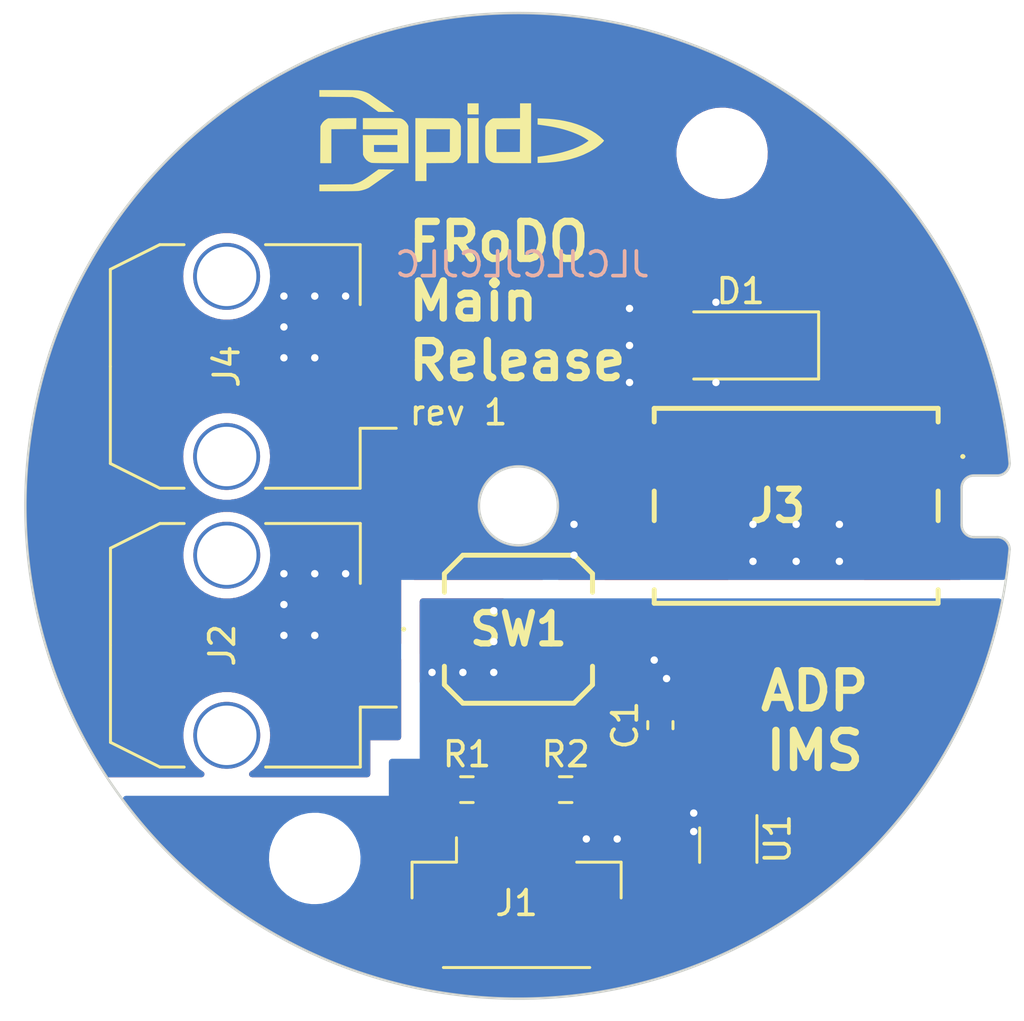
<source format=kicad_pcb>
(kicad_pcb (version 20221018) (generator pcbnew)
  (layers (0 "F.Cu" signal) (31 "B.Cu" signal) (34 "B.Paste" user) (35 "F.Paste" user) (36 "B.SilkS" user "B.Silkscreen") (37 "F.SilkS" user "F.Silkscreen") (38 "B.Mask" user) (39 "F.Mask" user) (44 "Edge.Cuts" user))
  (net 0 "")
  (net 1 "Net-(D1-K)")
  (net 2 "Net-(C1-Pad1)")
  (net 3 "GND1")
  (net 4 "GND2")
  (net 5 "VDD")
  (net 6 "out")
  (net 7 "Net-(SW1-B)")
  (footprint "Diode_SMD:D_SOD-128" (layer "F.Cu") (at 139 83.5 180)
    (fp_text reference "D1" (at 0 2.2) (layer "F.SilkS"))
    (fp_text value "1N4001")
    (fp_line (start -3.16 -1.36) (end -3.16 1.36) (stroke (width 0.12)) (layer "F.SilkS"))
    (fp_line (start -3.16 -1.36) (end 1.9 -1.36) (stroke (width 0.12)) (layer "F.SilkS"))
    (fp_line (start -3.16 1.36) (end 1.9 1.36) (stroke (width 0.12)) (layer "F.SilkS"))
    (pad "1" smd roundrect (at -2.2 0 180) (size 1.4 2.1) (layers "F.Cu" "F.Paste" "F.Mask") (roundrect_rratio 0.1785714286) (net 1 "Net-(D1-K)"))
    (pad "2" smd roundrect (at 2.2 0 180) (size 1.4 2.1) (layers "F.Cu" "F.Paste" "F.Mask") (roundrect_rratio 0.1785714286) (net 4 "GND2"))
  )
  (footprint "Connector_Amphenol:FLTS22WR00" (layer "F.Cu") (at 141.25 90 180)
    (fp_text reference "J3" (at 0.75 0) (layer "F.SilkS") (effects (font (size 1.27 1.27) (thickness 0.254))))
    (fp_text value "Screw_Terminal_01x02" hide)
    (fp_line (start -6.8 2) (end -6.8 2) (stroke (width 0.1)) (layer "F.SilkS"))
    (fp_line (start -6.7 2) (end -6.7 2) (stroke (width 0.1)) (layer "F.SilkS"))
    (fp_line (start -5.75 -3.95) (end -5.75 -3.4) (stroke (width 0.2)) (layer "F.SilkS"))
    (fp_line (start -5.75 -0.6) (end -5.75 0.6) (stroke (width 0.2)) (layer "F.SilkS"))
    (fp_line (start -5.75 3.4) (end -5.75 3.95) (stroke (width 0.2)) (layer "F.SilkS"))
    (fp_line (start -5.75 3.95) (end 5.75 3.95) (stroke (width 0.2)) (layer "F.SilkS"))
    (fp_line (start 5.75 -3.95) (end -5.75 -3.95) (stroke (width 0.2)) (layer "F.SilkS"))
    (fp_line (start 5.75 -3.4) (end 5.75 -3.95) (stroke (width 0.2)) (layer "F.SilkS"))
    (fp_line (start 5.75 0.6) (end 5.75 -0.6) (stroke (width 0.2)) (layer "F.SilkS"))
    (fp_line (start 5.75 3.95) (end 5.75 3.4) (stroke (width 0.2)) (layer "F.SilkS"))
    (fp_arc (start -6.8 2) (mid -6.75 1.95) (end -6.7 2) (stroke (width 0.1)) (layer "F.SilkS"))
    (fp_arc (start -6.7 2) (mid -6.75 2.05) (end -6.8 2) (stroke (width 0.1)) (layer "F.SilkS"))
    (pad "2" smd rect (at -4.5 2 270) (size 2 3.5) (layers "F.Cu" "F.Paste" "F.Mask") (net 1 "Net-(D1-K)"))
    (pad "2" smd rect (at 5.25 2 270) (size 2 5) (layers "F.Cu" "F.Paste" "F.Mask") (net 1 "Net-(D1-K)"))
    (pad "3" smd rect (at -4.5 -2 270) (size 2 3.5) (layers "F.Cu" "F.Paste" "F.Mask") (net 4 "GND2"))
    (pad "3" smd rect (at 5.25 -2 270) (size 2 5) (layers "F.Cu" "F.Paste" "F.Mask") (net 4 "GND2"))
  )
  (footprint "LOGO" (layer "F.Cu") (at 127.7 75.2)
    (fp_text reference "G***" hide)
    (fp_text value "LOGO" hide)
    (fp_poly (pts (xy 0.687838 -1.288134) (xy 0.687838 -1.063023) (xy 0.462727 -1.063023) (xy 0.237617 -1.063023) (xy 0.237617 -1.288134) (xy 0.237617 -1.513244) (xy 0.462727 -1.513244) (xy 0.687838 -1.513244)) (fill solid) (layer "F.SilkS"))
    (fp_poly (pts (xy 0.687838 0) (xy 0.687838 0.91295) (xy 0.462727 0.91295) (xy 0.237617 0.91295) (xy 0.237617 0) (xy 0.237617 -0.912949) (xy 0.462727 -0.912949) (xy 0.687838 -0.912949)) (fill solid) (layer "F.SilkS"))
    (fp_poly (pts (xy -4.267435 -0.691443) (xy -4.270852 -0.46898) (xy -4.774225 -0.465712) (xy -5.277598 -0.462444) (xy -5.277598 0.225253) (xy -5.277598 0.91295) (xy -5.503085 0.91295) (xy -5.728573 0.91295) (xy -5.725069 0.165707) (xy -5.721566 -0.581536) (xy -5.687349 -0.651208) (xy -5.634088 -0.734382) (xy -5.562391 -0.808885) (xy -5.478761 -0.867998) (xy -5.47613 -0.869467) (xy -5.408912 -0.906696) (xy -4.836465 -0.9103) (xy -4.264018 -0.913905)) (fill solid) (layer "F.SilkS"))
    (fp_poly (pts (xy -1.109922 -0.910191) (xy -0.34392 -0.906696) (xy -0.279837 -0.872891) (xy -0.199801 -0.818551) (xy -0.128375 -0.747059) (xy -0.073165 -0.666244) (xy -0.066513 -0.653314) (xy -0.031266 -0.581536) (xy -0.031266 -0.005998) (xy -0.031266 0.56954) (xy -0.07191 0.652108) (xy -0.130417 0.74334) (xy -0.207323 0.818204) (xy -0.297958 0.873425) (xy -0.368932 0.906697) (xy -0.897317 0.910334) (xy -1.425702 0.913972) (xy -1.425702 1.276139) (xy -1.425702 1.638307) (xy -1.650813 1.638307) (xy -1.875924 1.638307) (xy -1.875924 0.36231) (xy -1.875924 -0.462727) (xy -1.425702 -0.462727) (xy -1.425702 0.000151) (xy -1.425702 0.463029) (xy -0.953595 0.459752) (xy -0.481487 0.456475) (xy -0.478207 -0.003126) (xy -0.474926 -0.462727) (xy -0.950314 -0.462727) (xy -1.425702 -0.462727) (xy -1.875924 -0.462727) (xy -1.875924 -0.913686)) (fill solid) (layer "F.SilkS"))
    (fp_poly (pts (xy -3.040203 1.16599) (xy -2.714931 1.169326) (xy -3.20525 1.520973) (xy -3.305726 1.592808) (xy -3.402153 1.661322) (xy -3.492197 1.724884) (xy -3.573526 1.781868) (xy -3.643803 1.830645) (xy -3.700697 1.869586) (xy -3.741873 1.897063) (xy -3.764353 1.911091) (xy -3.846087 1.950024) (xy -3.943146 1.985567) (xy -4.045845 2.014702) (xy -4.1445 2.034409) (xy -4.171382 2.037977) (xy -4.206175 2.040493) (xy -4.263623 2.042821) (xy -4.34137 2.044926) (xy -4.43706 2.046771) (xy -4.548335 2.048321) (xy -4.67284 2.049541) (xy -4.808218 2.050393) (xy -4.952112 2.050844) (xy -5.024348 2.050907) (xy -5.765338 2.05101) (xy -5.765338 1.914549) (xy -5.765338 1.778089) (xy -5.093132 1.772887) (xy -4.420926 1.767685) (xy -4.300603 1.735391) (xy -4.238129 1.717049) (xy -4.178491 1.695723) (xy -4.118622 1.669691) (xy -4.055457 1.637232) (xy -3.985928 1.596624) (xy -3.906969 1.546146) (xy -3.815513 1.484078) (xy -3.708494 1.408697) (xy -3.671773 1.382424) (xy -3.365476 1.162655)) (fill solid) (layer "F.SilkS"))
    (fp_poly (pts (xy -5.024348 -2.050906) (xy -4.877168 -2.050664) (xy -4.737361 -2.050002) (xy -4.607283 -2.048956) (xy -4.489289 -2.047562) (xy -4.385738 -2.045855) (xy -4.298984 -2.043872) (xy -4.231385 -2.041648) (xy -4.185298 -2.039219) (xy -4.171382 -2.037976) (xy -4.062059 -2.018793) (xy -3.947905 -1.987136) (xy -3.839062 -1.946267) (xy -3.751847 -1.903055) (xy -3.729227 -1.888619) (xy -3.688911 -1.861412) (xy -3.633501 -1.82328) (xy -3.565599 -1.776066) (xy -3.487808 -1.721614) (xy -3.40273 -1.661769) (xy -3.312966 -1.598375) (xy -3.22112 -1.533276) (xy -3.129793 -1.468317) (xy -3.041589 -1.405341) (xy -2.959108 -1.346193) (xy -2.884954 -1.292717) (xy -2.821729 -1.246757) (xy -2.772035 -1.210158) (xy -2.740288 -1.186172) (xy -2.732057 -1.179231) (xy -2.729162 -1.173847) (xy -2.73415 -1.169829) (xy -2.749571 -1.166986) (xy -2.777972 -1.165126) (xy -2.821901 -1.164058) (xy -2.883907 -1.163591) (xy -2.966538 -1.163534) (xy -3.040436 -1.163639) (xy -3.370409 -1.164206) (xy -3.677371 -1.385623) (xy -3.788588 -1.464991) (xy -3.883418 -1.53049) (xy -3.965 -1.583882) (xy -4.036476 -1.626926) (xy -4.100986 -1.661382) (xy -4.161673 -1.689012) (xy -4.221675 -1.711575) (xy -4.284134 -1.730833) (xy -4.302118 -1.735771) (xy -4.420926 -1.767685) (xy -5.093132 -1.772886) (xy -5.765338 -1.778088) (xy -5.765338 -1.914548) (xy -5.765338 -2.051009)) (fill solid) (layer "F.SilkS"))
    (fp_poly (pts (xy 2.813884 -0.300147) (xy 2.813884 0.91295) (xy 2.072895 0.912541) (xy 1.916893 0.912408) (xy 1.783866 0.912154) (xy 1.671774 0.911723) (xy 1.578581 0.911055) (xy 1.502246 0.910095) (xy 1.440734 0.908783) (xy 1.392004 0.907063) (xy 1.354019 0.904876) (xy 1.324742 0.902165) (xy 1.302133 0.898872) (xy 1.284154 0.89494) (xy 1.268768 0.89031) (xy 1.267052 0.889723) (xy 1.170134 0.844664) (xy 1.090347 0.781996) (xy 1.059839 0.748066) (xy 1.035055 0.716582) (xy 1.014242 0.686863) (xy 0.997074 0.656478) (xy 0.983224 0.622996) (xy 0.972367 0.583985) (xy 0.964176 0.537014) (xy 0.958325 0.479651) (xy 0.954487 0.409465) (xy 0.952337 0.324024) (xy 0.951549 0.220898) (xy 0.951795 0.097653) (xy 0.95275 -0.04814) (xy 0.952765 -0.050024) (xy 0.95591 -0.462727) (xy 1.413195 -0.462727) (xy 1.413195 0.000151) (xy 1.413195 0.463029) (xy 1.885302 0.459752) (xy 2.35741 0.456475) (xy 2.36069 -0.003126) (xy 2.363971 -0.462727) (xy 1.888583 -0.462727) (xy 1.413195 -0.462727) (xy 0.95591 -0.462727) (xy 0.95672 -0.56903) (xy 0.992665 -0.646848) (xy 1.037593 -0.720953) (xy 1.099814 -0.791684) (xy 1.171975 -0.851392) (xy 1.214014 -0.877176) (xy 1.269374 -0.906696) (xy 1.816519 -0.910318) (xy 2.363663 -0.913941) (xy 2.363663 -1.213593) (xy 2.363663 -1.513244) (xy 2.588774 -1.513244) (xy 2.813884 -1.513244)) (fill solid) (layer "F.SilkS"))
    (fp_poly (pts (xy 3.298498 -0.896349) (xy 3.522613 -0.884793) (xy 3.730931 -0.866485) (xy 3.931995 -0.840442) (xy 4.134346 -0.805679) (xy 4.202068 -0.792288) (xy 4.433486 -0.737656) (xy 4.657921 -0.669916) (xy 4.872816 -0.590299) (xy 5.075617 -0.500032) (xy 5.26377 -0.400345) (xy 5.434718 -0.292467) (xy 5.585907 -0.177627) (xy 5.701305 -0.071044) (xy 5.768588 -0.002174) (xy 5.741597 0.035732) (xy 5.715808 0.065114) (xy 5.67393 0.105123) (xy 5.620395 0.152082) (xy 5.559634 0.202316) (xy 5.496081 0.252152) (xy 5.434166 0.297914) (xy 5.383899 0.332324) (xy 5.163746 0.46152) (xy 4.925363 0.574793) (xy 4.670114 0.671767) (xy 4.399364 0.752067) (xy 4.114475 0.815316) (xy 3.816813 0.861138) (xy 3.507742 0.889158) (xy 3.336016 0.89677) (xy 3.076514 0.904152) (xy 3.076514 0.779836) (xy 3.076514 0.65552) (xy 3.292245 0.626746) (xy 3.566316 0.584736) (xy 3.828334 0.533647) (xy 4.076576 0.474037) (xy 4.309318 0.406465) (xy 4.52484 0.331489) (xy 4.721417 0.24967) (xy 4.897327 0.161566) (xy 5.050849 0.067736) (xy 5.082099 0.045914) (xy 5.142978 0.002293) (xy 5.088352 -0.037473) (xy 4.966006 -0.117485) (xy 4.821738 -0.195954) (xy 4.658637 -0.271541) (xy 4.479793 -0.342908) (xy 4.288294 -0.408715) (xy 4.109968 -0.461455) (xy 3.98822 -0.49324) (xy 3.864007 -0.522318) (xy 3.733379 -0.549427) (xy 3.592386 -0.575306) (xy 3.437078 -0.600693) (xy 3.263506 -0.626328) (xy 3.129665 -0.644728) (xy 3.076514 -0.651852) (xy 3.076514 -0.778121) (xy 3.076514 -0.90439)) (fill solid) (layer "F.SilkS"))
    (fp_poly (pts (xy -3.096346 -0.91293) (xy -2.963586 -0.91283) (xy -2.85174 -0.912579) (xy -2.758762 -0.912112) (xy -2.6826 -0.911361) (xy -2.621208 -0.910258) (xy -2.572536 -0.908736) (xy -2.534535 -0.906727) (xy -2.505157 -0.904165) (xy -2.482354 -0.900981) (xy -2.464076 -0.897109) (xy -2.448275 -0.892481) (xy -2.432902 -0.887029) (xy -2.429882 -0.885903) (xy -2.365133 -0.85175) (xy -2.299878 -0.80017) (xy -2.240955 -0.737643) (xy -2.195206 -0.670651) (xy -2.187888 -0.656573) (xy -2.157312 -0.594042) (xy -2.153902 0.159454) (xy -2.150491 0.91295) (xy -2.885512 0.912113) (xy -3.049212 0.911805) (xy -3.189593 0.911257) (xy -3.308348 0.910431) (xy -3.407168 0.90929) (xy -3.487747 0.907797) (xy -3.551777 0.905915) (xy -3.60095 0.903607) (xy -3.636959 0.900835) (xy -3.661497 0.897562) (xy -3.673233 0.894806) (xy -3.7713 0.851419) (xy -3.85617 0.787624) (xy -3.925355 0.705616) (xy -3.962761 0.639315) (xy -3.995717 0.56903) (xy -3.999463 0.175087) (xy -3.551748 0.175087) (xy -3.551748 0.31057) (xy -3.551021 0.36647) (xy -3.549053 0.412784) (xy -3.546164 0.444) (xy -3.543411 0.454391) (xy -3.529431 0.456274) (xy -3.493245 0.458009) (xy -3.437658 0.459546) (xy -3.365477 0.460835) (xy -3.279507 0.461828) (xy -3.182554 0.462475) (xy -3.077424 0.462727) (xy -3.068177 0.462728) (xy -2.601281 0.462728) (xy -2.601281 0.318907) (xy -2.601281 0.175087) (xy -3.076514 0.175087) (xy -3.551748 0.175087) (xy -3.999463 0.175087) (xy -3.999493 0.17196) (xy -4.00327 -0.22511) (xy -3.302275 -0.22511) (xy -2.601281 -0.22511) (xy -2.601281 -0.343919) (xy -2.601281 -0.462727) (xy -3.301625 -0.462727) (xy -4.00197 -0.462727) (xy -4.00197 -0.687838) (xy -4.00197 -0.912949) (xy -3.25207 -0.912949)) (fill solid) (layer "F.SilkS"))
  )
  (footprint "Resistor_SMD:R_0603_1608Metric_Pad0.98x0.95mm_HandSolder" (layer "F.Cu") (at 127.9125 101.5)
    (fp_text reference "R1" (at 0 -1.43) (layer "F.SilkS"))
    (fp_text value "1k" hide)
    (fp_line (start -0.254724 -0.5225) (end 0.254724 -0.5225) (stroke (width 0.12)) (layer "F.SilkS"))
    (fp_line (start -0.254724 0.5225) (end 0.254724 0.5225) (stroke (width 0.12)) (layer "F.SilkS"))
    (pad "1" smd roundrect (at -0.9125 0) (size 0.975 0.95) (layers "F.Cu" "F.Paste" "F.Mask") (net 5 "VDD"))
    (pad "2" smd roundrect (at 0.9125 0) (size 0.975 0.95) (layers "F.Cu" "F.Paste" "F.Mask") (net 7 "Net-(SW1-B)"))
  )
  (footprint "Capacitor_SMD:C_0603_1608Metric_Pad1.08x0.95mm_HandSolder" (layer "F.Cu") (at 135.75 98.8875 90)
    (fp_text reference "C1" (at 0 -1.43 90) (layer "F.SilkS"))
    (fp_text value "220n" hide)
    (fp_line (start -0.146267 -0.51) (end 0.146267 -0.51) (stroke (width 0.12)) (layer "F.SilkS"))
    (fp_line (start -0.146267 0.51) (end 0.146267 0.51) (stroke (width 0.12)) (layer "F.SilkS"))
    (pad "1" smd roundrect (at -0.8625 0 90) (size 1.075 0.95) (layers "F.Cu" "F.Paste" "F.Mask") (net 2 "Net-(C1-Pad1)"))
    (pad "2" smd roundrect (at 0.8625 0 90) (size 1.075 0.95) (layers "F.Cu" "F.Paste" "F.Mask") (net 3 "GND1"))
  )
  (footprint "Resistor_SMD:R_0603_1608Metric_Pad0.98x0.95mm_HandSolder" (layer "F.Cu") (at 131.9125 101.5)
    (fp_text reference "R2" (at 0 -1.43) (layer "F.SilkS"))
    (fp_text value "47k" hide)
    (fp_line (start -0.254724 -0.5225) (end 0.254724 -0.5225) (stroke (width 0.12)) (layer "F.SilkS"))
    (fp_line (start -0.254724 0.5225) (end 0.254724 0.5225) (stroke (width 0.12)) (layer "F.SilkS"))
    (pad "1" smd roundrect (at -0.9125 0) (size 0.975 0.95) (layers "F.Cu" "F.Paste" "F.Mask") (net 2 "Net-(C1-Pad1)"))
    (pad "2" smd roundrect (at 0.9125 0) (size 0.975 0.95) (layers "F.Cu" "F.Paste" "F.Mask") (net 7 "Net-(SW1-B)"))
  )
  (footprint "Connector_Molex:Molex_Micro-Fit_3.0_43650-0210_1x02-1MP_P3.00mm_Horizontal" (layer "F.Cu") (at 118.53 84.35 90)
    (fp_text reference "J4" (at 0 -0.35 90) (layer "F.SilkS"))
    (fp_text value "Conn_01x02" hide)
    (fp_line (start -4.935 -3.06) (end -4.935 -2.075) (stroke (width 0.12)) (layer "F.SilkS"))
    (fp_line (start -4.935 1.225) (end -4.935 5.06) (stroke (width 0.12)) (layer "F.SilkS"))
    (fp_line (start -4.935 5.06) (end -2.505 5.06) (stroke (width 0.12)) (layer "F.SilkS"))
    (fp_line (start -3.935 -5.06) (end -4.935 -3.06) (stroke (width 0.12)) (layer "F.SilkS"))
    (fp_line (start -2.505 5.06) (end -2.505 6.52) (stroke (width 0.12)) (layer "F.SilkS"))
    (fp_line (start 0 -5.06) (end -3.935 -5.06) (stroke (width 0.12)) (layer "F.SilkS"))
    (fp_line (start 0 -5.06) (end 3.935 -5.06) (stroke (width 0.12)) (layer "F.SilkS"))
    (fp_line (start 3.935 -5.06) (end 4.935 -3.06) (stroke (width 0.12)) (layer "F.SilkS"))
    (fp_line (start 4.935 -3.06) (end 4.935 -2.075) (stroke (width 0.12)) (layer "F.SilkS"))
    (fp_line (start 4.935 1.225) (end 4.935 5.06) (stroke (width 0.12)) (layer "F.SilkS"))
    (fp_line (start 4.935 5.06) (end 2.505 5.06) (stroke (width 0.12)) (layer "F.SilkS"))
    (pad "1" smd rect (at -1.5 5.12 90) (size 1.27 2.92) (layers "F.Cu" "F.Paste" "F.Mask") (net 1 "Net-(D1-K)"))
    (pad "2" smd rect (at 1.5 5.12 90) (size 1.27 2.92) (layers "F.Cu" "F.Paste" "F.Mask") (net 4 "GND2"))
    (pad "MP" thru_hole circle (at -3.65 -0.35 90) (size 2.71 2.71) (drill 2.41) (layers "*.Cu" "*.Mask"))
    (pad "MP" thru_hole circle (at 3.65 -0.35 90) (size 2.71 2.71) (drill 2.41) (layers "*.Cu" "*.Mask"))
  )
  (footprint "MountingHole:MountingHole_3.2mm_M3" (layer "F.Cu") (at 121.75 104.289419 90)
    (fp_text reference "H4" hide)
    (fp_text value "MountingHole" hide)
    (pad "" np_thru_hole circle (at 0 0 90) (size 3.2 3.2) (drill 3.2) (layers "*.Cu" "*.Mask"))
  )
  (footprint "Connector_Molex:Molex_Micro-Fit_3.0_43650-0210_1x02-1MP_P3.00mm_Horizontal" (layer "F.Cu") (at 118.535 95.65 90)
    (fp_text reference "J2" (at 0 -0.535 90) (layer "F.SilkS"))
    (fp_text value "Conn_01x02" hide)
    (fp_line (start -4.935 -3.06) (end -4.935 -2.075) (stroke (width 0.12)) (layer "F.SilkS"))
    (fp_line (start -4.935 1.225) (end -4.935 5.06) (stroke (width 0.12)) (layer "F.SilkS"))
    (fp_line (start -4.935 5.06) (end -2.505 5.06) (stroke (width 0.12)) (layer "F.SilkS"))
    (fp_line (start -3.935 -5.06) (end -4.935 -3.06) (stroke (width 0.12)) (layer "F.SilkS"))
    (fp_line (start -2.505 5.06) (end -2.505 6.52) (stroke (width 0.12)) (layer "F.SilkS"))
    (fp_line (start 0 -5.06) (end -3.935 -5.06) (stroke (width 0.12)) (layer "F.SilkS"))
    (fp_line (start 0 -5.06) (end 3.935 -5.06) (stroke (width 0.12)) (layer "F.SilkS"))
    (fp_line (start 3.935 -5.06) (end 4.935 -3.06) (stroke (width 0.12)) (layer "F.SilkS"))
    (fp_line (start 4.935 -3.06) (end 4.935 -2.075) (stroke (width 0.12)) (layer "F.SilkS"))
    (fp_line (start 4.935 1.225) (end 4.935 5.06) (stroke (width 0.12)) (layer "F.SilkS"))
    (fp_line (start 4.935 5.06) (end 2.505 5.06) (stroke (width 0.12)) (layer "F.SilkS"))
    (pad "1" smd rect (at -1.5 5.12 90) (size 1.27 2.92) (layers "F.Cu" "F.Paste" "F.Mask") (net 1 "Net-(D1-K)"))
    (pad "2" smd rect (at 1.5 5.12 90) (size 1.27 2.92) (layers "F.Cu" "F.Paste" "F.Mask") (net 4 "GND2"))
    (pad "MP" thru_hole circle (at -3.65 -0.35 90) (size 2.71 2.71) (drill 2.41) (layers "*.Cu" "*.Mask"))
    (pad "MP" thru_hole circle (at 3.65 -0.35 90) (size 2.71 2.71) (drill 2.41) (layers "*.Cu" "*.Mask"))
  )
  (footprint "Connector_JST:JST_GH_SM04B-GHS-TB_1x04-1MP_P1.25mm_Horizontal" (layer "F.Cu") (at 129.925 106.15)
    (fp_text reference "J1" (at 0 -0.05) (layer "F.SilkS"))
    (fp_text value "Conn_01x04")
    (fp_line (start -4.235 -1.71) (end -2.435 -1.71) (stroke (width 0.12)) (layer "F.SilkS"))
    (fp_line (start -4.235 -0.26) (end -4.235 -1.71) (stroke (width 0.12)) (layer "F.SilkS"))
    (fp_line (start -2.965 2.56) (end 2.965 2.56) (stroke (width 0.12)) (layer "F.SilkS"))
    (fp_line (start -2.435 -1.71) (end -2.435 -2.7) (stroke (width 0.12)) (layer "F.SilkS"))
    (fp_line (start 4.235 -1.71) (end 2.435 -1.71) (stroke (width 0.12)) (layer "F.SilkS"))
    (fp_line (start 4.235 -0.26) (end 4.235 -1.71) (stroke (width 0.12)) (layer "F.SilkS"))
    (pad "1" smd roundrect (at -1.875 -1.85) (size 0.6 1.7) (layers "F.Cu" "F.Paste" "F.Mask") (net 5 "VDD"))
    (pad "2" smd roundrect (at -0.625 -1.85) (size 0.6 1.7) (layers "F.Cu" "F.Paste" "F.Mask") (net 6 "out"))
    (pad "3" smd roundrect (at 0.625 -1.85) (size 0.6 1.7) (layers "F.Cu" "F.Paste" "F.Mask") (net 3 "GND1"))
    (pad "4" smd roundrect (at 1.875 -1.85) (size 0.6 1.7) (layers "F.Cu" "F.Paste" "F.Mask") (net 3 "GND1"))
    (pad "MP" smd roundrect (at -3.725 1.35) (size 1 2.7) (layers "F.Cu" "F.Paste" "F.Mask"))
    (pad "MP" smd roundrect (at 3.725 1.35) (size 1 2.7) (layers "F.Cu" "F.Paste" "F.Mask"))
  )
  (footprint "MountingHole:MountingHole_3.2mm_M3" (layer "F.Cu") (at 138.25 75.710581 30)
    (fp_text reference "H3" hide)
    (fp_text value "MountingHole" hide)
    (pad "" np_thru_hole circle (at 0 0 30) (size 3.2 3.2) (drill 3.2) (layers "*.Cu" "*.Mask"))
  )
  (footprint "Package_TO_SOT_SMD:SOT-353_SC-70-5" (layer "F.Cu") (at 138.5 103.75 -90)
    (fp_text reference "U1" (at -0.25 -2 90) (layer "F.SilkS"))
    (fp_text value "74AHC1G14" hide)
    (fp_line (start -0.7 1.16) (end 0.7 1.16) (stroke (width 0.12)) (layer "F.SilkS"))
    (fp_line (start 0.7 -1.16) (end -1.2 -1.16) (stroke (width 0.12)) (layer "F.SilkS"))
    (pad "1" smd rect (at -0.95 -0.65 270) (size 0.65 0.4) (layers "F.Cu" "F.Paste" "F.Mask"))
    (pad "2" smd rect (at -0.95 0 270) (size 0.65 0.4) (layers "F.Cu" "F.Paste" "F.Mask") (net 2 "Net-(C1-Pad1)"))
    (pad "3" smd rect (at -0.95 0.65 270) (size 0.65 0.4) (layers "F.Cu" "F.Paste" "F.Mask") (net 3 "GND1"))
    (pad "4" smd rect (at 0.95 0.65 270) (size 0.65 0.4) (layers "F.Cu" "F.Paste" "F.Mask") (net 6 "out"))
    (pad "5" smd rect (at 0.95 -0.65 270) (size 0.65 0.4) (layers "F.Cu" "F.Paste" "F.Mask") (net 5 "VDD"))
  )
  (footprint "Button_Switch_SMD:430133050816" (layer "F.Cu") (at 130 95)
    (fp_text reference "SW1" (at 0 0) (layer "F.SilkS") (effects (font (size 1.27 1.27) (thickness 0.254))))
    (fp_text value "SW_SPST" hide)
    (fp_line (start -4.7 0) (end -4.7 0) (stroke (width 0.1)) (layer "F.SilkS"))
    (fp_line (start -4.6 0) (end -4.6 0) (stroke (width 0.1)) (layer "F.SilkS"))
    (fp_line (start -3 -2.25) (end -2.25 -3) (stroke (width 0.2)) (layer "F.SilkS"))
    (fp_line (start -3 -1.5) (end -3 -2.25) (stroke (width 0.2)) (layer "F.SilkS"))
    (fp_line (start -3 1.5) (end -3 2.25) (stroke (width 0.2)) (layer "F.SilkS"))
    (fp_line (start -3 2.25) (end -2.25 3) (stroke (width 0.2)) (layer "F.SilkS"))
    (fp_line (start -2.25 -3) (end 2.25 -3) (stroke (width 0.2)) (layer "F.SilkS"))
    (fp_line (start -2.25 3) (end 2.25 3) (stroke (width 0.2)) (layer "F.SilkS"))
    (fp_line (start 2.25 -3) (end 3 -2.25) (stroke (width 0.2)) (layer "F.SilkS"))
    (fp_line (start 2.25 3) (end 3 2.25) (stroke (width 0.2)) (layer "F.SilkS"))
    (fp_line (start 3 -2.25) (end 3 -1.5) (stroke (width 0.2)) (layer "F.SilkS"))
    (fp_line (start 3 2.25) (end 3 1.5) (stroke (width 0.2)) (layer "F.SilkS"))
    (fp_arc (start -4.7 0) (mid -4.65 -0.05) (end -4.6 0) (stroke (width 0.1)) (layer "F.SilkS"))
    (fp_arc (start -4.6 0) (mid -4.65 0.05) (end -4.7 0) (stroke (width 0.1)) (layer "F.SilkS"))
    (pad "1" smd rect (at -3 0 90) (size 2 2) (layers "F.Cu" "F.Paste" "F.Mask") (net 3 "GND1"))
    (pad "2" smd rect (at 3 0 90) (size 2 2) (layers "F.Cu" "F.Paste" "F.Mask") (net 7 "Net-(SW1-B)"))
  )
  (gr_arc (start 149.396431 91.269157) (mid 149.750009 91.415583) (end 149.896431 91.769157) (stroke (width 0.1)) (layer "Edge.Cuts"))
  (gr_line (start 149.396431 88.769157) (end 148.449984 88.769157) (stroke (width 0.1)) (layer "Edge.Cuts"))
  (gr_circle (center 130 90) (end 131.6 90) (stroke (width 0.1)) (fill none) (layer "Edge.Cuts"))
  (gr_arc (start 147.949984 89.269157) (mid 148.096445 88.915626) (end 148.449984 88.769157) (stroke (width 0.1)) (layer "Edge.Cuts"))
  (gr_line (start 147.949984 89.269157) (end 147.949984 90.769157) (stroke (width 0.1)) (layer "Edge.Cuts"))
  (gr_line (start 148.449984 91.269157) (end 149.396431 91.269157) (stroke (width 0.1)) (layer "Edge.Cuts"))
  (gr_arc (start 148.449984 91.269157) (mid 148.096485 91.122673) (end 147.949984 90.769157) (stroke (width 0.1)) (layer "Edge.Cuts"))
  (gr_arc (start 149.893087 91.76886) (mid 110.028435 89.980918) (end 149.896431 88.269157) (stroke (width 0.1)) (layer "Edge.Cuts"))
  (gr_arc (start 149.896431 88.269157) (mid 149.749995 88.622714) (end 149.396431 88.769157) (stroke (width 0.1)) (layer "Edge.Cuts"))
  (gr_text "JLCJLCJLCJLC" (at 135.4 80.8) (layer "B.SilkS") (effects (font (size 1 1)) (justify left bottom mirror)))
  (gr_text "rev 1" (at 125.5 86.8) (layer "F.SilkS") (effects (font (size 1 1)) (justify left bottom)))
  (gr_text "ADP\nIMS" (at 142 100.8) (layer "F.SilkS") (effects (font (size 1.5 1.5) (thickness 0.3) bold) (justify bottom)))
  (gr_text "FRoDO\nMain\nRelease" (at 125.4 85) (layer "F.SilkS") (effects (font (size 1.5 1.5) (thickness 0.3) bold) (justify left bottom)))
  (segment (start 138.5 102.025) (end 138.5 102.8) (width 0.5) (layer "F.Cu") (net 2))
  (segment (start 131 102.25) (end 131.45 102.7) (width 0.5) (layer "F.Cu") (net 2))
  (segment (start 135.75 101.5) (end 135.75 99.75) (width 0.5) (layer "F.Cu") (net 2))
  (segment (start 134.55 102.7) (end 135.75 101.5) (width 0.5) (layer "F.Cu") (net 2))
  (segment (start 131.45 102.7) (end 134.55 102.7) (width 0.5) (layer "F.Cu") (net 2))
  (segment (start 135.75 101.5) (end 137.975 101.5) (width 0.5) (layer "F.Cu") (net 2))
  (segment (start 137.975 101.5) (end 138.5 102.025) (width 0.5) (layer "F.Cu") (net 2))
  (segment (start 131 101.5) (end 131 102.25) (width 0.5) (layer "F.Cu") (net 2))
  (via (at 129 94.25) (size 0.7) (drill 0.3) (layers "F.Cu" "B.Cu") (net 3))
  (via (at 132.75 103.5) (size 0.7) (drill 0.3) (layers "F.Cu" "B.Cu") (net 3))
  (via (at 134 103.5) (size 0.7) (drill 0.3) (layers "F.Cu" "B.Cu") (net 3))
  (via (at 137.1 102.45) (size 0.7) (drill 0.3) (layers "F.Cu" "B.Cu") (net 3))
  (via (at 136 97) (size 0.7) (drill 0.3) (layers "F.Cu" "B.Cu") (net 3))
  (via (at 126.5 96.75) (size 0.7) (drill 0.3) (layers "F.Cu" "B.Cu") (net 3))
  (via (at 127.75 96.75) (size 0.7) (drill 0.3) (layers "F.Cu" "B.Cu") (net 3))
  (via (at 135.5 96.25) (size 0.7) (drill 0.3) (layers "F.Cu" "B.Cu") (net 3))
  (via (at 129 95.5) (size 0.7) (drill 0.3) (layers "F.Cu" "B.Cu") (net 3))
  (via (at 129 96.75) (size 0.7) (drill 0.3) (layers "F.Cu" "B.Cu") (net 3))
  (via (at 137.1 103.2) (size 0.7) (drill 0.3) (layers "F.Cu" "B.Cu") (net 3))
  (via (at 134.5 83.5) (size 0.7) (drill 0.3) (layers "F.Cu" "B.Cu") (net 4))
  (via (at 120.5 94) (size 0.7) (drill 0.3) (layers "F.Cu" "B.Cu") (net 4))
  (via (at 141.25 92.25) (size 0.7) (drill 0.3) (layers "F.Cu" "B.Cu") (net 4))
  (via (at 141.25 90.75) (size 0.7) (drill 0.3) (layers "F.Cu" "B.Cu") (net 4))
  (via (at 138 81.75) (size 0.7) (drill 0.3) (layers "F.Cu" "B.Cu") (net 4))
  (via (at 121.75 92.75) (size 0.7) (drill 0.3) (layers "F.Cu" "B.Cu") (net 4))
  (via (at 123 92.75) (size 0.7) (drill 0.3) (layers "F.Cu" "B.Cu") (net 4))
  (via (at 123 81.5) (size 0.7) (drill 0.3) (layers "F.Cu" "B.Cu") (net 4))
  (via (at 134.5 85) (size 0.7) (drill 0.3) (layers "F.Cu" "B.Cu") (net 4))
  (via (at 121.75 81.5) (size 0.7) (drill 0.3) (layers "F.Cu" "B.Cu") (net 4))
  (via (at 134.5 82) (size 0.7) (drill 0.3) (layers "F.Cu" "B.Cu") (net 4))
  (via (at 121.75 84) (size 0.7) (drill 0.3) (layers "F.Cu" "B.Cu") (net 4))
  (via (at 143 92.25) (size 0.7) (drill 0.3) (layers "F.Cu" "B.Cu") (net 4))
  (via (at 138 85) (size 0.7) (drill 0.3) (layers "F.Cu" "B.Cu") (net 4))
  (via (at 143 90.75) (size 0.7) (drill 0.3) (layers "F.Cu" "B.Cu") (net 4))
  (via (at 132.25 92) (size 0.7) (drill 0.3) (layers "F.Cu" "B.Cu") (net 4))
  (via (at 120.5 82.75) (size 0.7) (drill 0.3) (layers "F.Cu" "B.Cu") (net 4))
  (via (at 139.5 92.25) (size 0.7) (drill 0.3) (layers "F.Cu" "B.Cu") (net 4))
  (via (at 120.5 84) (size 0.7) (drill 0.3) (layers "F.Cu" "B.Cu") (net 4))
  (via (at 120.5 92.75) (size 0.7) (drill 0.3) (layers "F.Cu" "B.Cu") (net 4))
  (via (at 139.5 90.75) (size 0.7) (drill 0.3) (layers "F.Cu" "B.Cu") (net 4))
  (via (at 132.25 90.75) (size 0.7) (drill 0.3) (layers "F.Cu" "B.Cu") (net 4))
  (via (at 121.75 95.25) (size 0.7) (drill 0.3) (layers "F.Cu" "B.Cu") (net 4))
  (via (at 120.5 81.5) (size 0.7) (drill 0.3) (layers "F.Cu" "B.Cu") (net 4))
  (via (at 120.5 95.25) (size 0.7) (drill 0.3) (layers "F.Cu" "B.Cu") (net 4))
  (segment (start 136 107.289949) (end 138.335051 107.289949) (width 0.5) (layer "F.Cu") (net 5))
  (segment (start 128.05 108.05) (end 128.05 104.3) (width 0.5) (layer "F.Cu") (net 5))
  (segment (start 127 102.4) (end 128.05 103.45) (width 0.5) (layer "F.Cu") (net 5))
  (segment (start 132.860051 109.25) (end 132.910051 109.3) (width 0.5) (layer "F.Cu") (net 5))
  (segment (start 138.335051 107.289949) (end 139.15 106.475) (width 0.5) (layer "F.Cu") (net 5))
  (segment (start 127 101.5) (end 127 102.4) (width 0.5) (layer "F.Cu") (net 5))
  (segment (start 129.25 109.25) (end 132.860051 109.25) (width 0.5) (layer "F.Cu") (net 5))
  (segment (start 129.25 109.25) (end 128.05 108.05) (width 0.5) (layer "F.Cu") (net 5))
  (segment (start 133.989949 109.3) (end 136 107.289949) (width 0.5) (layer "F.Cu") (net 5))
  (segment (start 132.910051 109.3) (end 133.989949 109.3) (width 0.5) (layer "F.Cu") (net 5))
  (segment (start 139.15 106.475) (end 139.15 104.7) (width 0.5) (layer "F.Cu") (net 5))
  (segment (start 128.05 103.45) (end 128.05 104.3) (width 0.5) (layer "F.Cu") (net 5))
  (segment (start 129.3 105.8) (end 129.75 106.25) (width 0.5) (layer "F.Cu") (net 6))
  (segment (start 133.25 105.25) (end 137.65 105.25) (width 0.5) (layer "F.Cu") (net 6))
  (segment (start 129.75 106.25) (end 132.25 106.25) (width 0.5) (layer "F.Cu") (net 6))
  (segment (start 137.85 105.05) (end 137.85 104.7) (width 0.5) (layer "F.Cu") (net 6))
  (segment (start 132.25 106.25) (end 133.25 105.25) (width 0.5) (layer "F.Cu") (net 6))
  (segment (start 129.3 104.3) (end 129.3 105.8) (width 0.5) (layer "F.Cu") (net 6))
  (segment (start 137.65 105.25) (end 137.85 105.05) (width 0.5) (layer "F.Cu") (net 6))
  (segment (start 132.825 101.5) (end 132.5 101.175) (width 0.25) (layer "F.Cu") (net 7))
  (segment (start 133 99) (end 132 100) (width 0.5) (layer "F.Cu") (net 7))
  (segment (start 133 95) (end 133 99) (width 0.5) (layer "F.Cu") (net 7))
  (segment (start 128.825 100.425) (end 128.825 101.5) (width 0.5) (layer "F.Cu") (net 7))
  (segment (start 129.25 100) (end 128.825 100.425) (width 0.5) (layer "F.Cu") (net 7))
  (segment (start 132 100) (end 129.25 100) (width 0.5) (layer "F.Cu") (net 7))
  (segment (start 132.5 100.5) (end 132 100) (width 0.5) (layer "F.Cu") (net 7))
  (segment (start 132.5 101.175) (end 132.5 100.5) (width 0.5) (layer "F.Cu") (net 7))
  (zone (net 4) (net_name "GND2") (layer "F.Cu") (priority 6) (connect_pads yes (clearance 0.4)) (min_thickness 0.25) (fill yes (thermal_gap 0.3) (thermal_bridge_width 0.8) (smoothing fillet))
    (polygon (pts (xy 138.75 81.25) (xy 138.75 85.75) (xy 133.75 85.75) (xy 133.75 81.25)))
  )
  (zone (net 3) (net_name "GND1") (layer "F.Cu") (priority 4) (connect_pads yes (clearance 0.4)) (min_thickness 0.25) (fill yes (thermal_gap 0.3) (thermal_bridge_width 0.8) (smoothing fillet))
    (polygon (pts (xy 126 93.75) (xy 126 97.25) (xy 129.5 97.25) (xy 129.5 93.75)))
  )
  (zone (net 3) (net_name "GND1") (layer "F.Cu") (priority 2) (connect_pads yes (clearance 0.4)) (min_thickness 0.25) (fill yes (thermal_gap 0.3) (thermal_bridge_width 0.8) (smoothing fillet))
    (polygon (pts (xy 129.75 105.5) (xy 132.5 105.5) (xy 132.5 104.25) (xy 134.5 104.25) (xy 134.5 102.75) (xy 129.75 102.75)))
  )
  (zone (net 4) (net_name "GND2") (layer "F.Cu") (priority 7) (connect_pads yes (clearance 0.4)) (min_thickness 0.25) (fill yes (thermal_gap 0.3) (thermal_bridge_width 0.8) (smoothing fillet))
    (polygon (pts (xy 148 90) (xy 148 93) (xy 131.5 93) (xy 131.5 90)))
  )
  (zone (net 1) (net_name "Net-(D1-K)") (layer "F.Cu") (connect_pads yes (clearance 0.4)) (min_thickness 0.25) (fill yes (thermal_gap 0.3) (thermal_bridge_width 0.8) (smoothing fillet))
    (polygon (pts (xy 150.5 93) (xy 125.25 93) (xy 125.25 99.5) (xy 124 99.5) (xy 124 101) (xy 109 101) (xy 109 69.5) (xy 150.5 69.5)))
  )
  (zone (net 3) (net_name "GND1") (layer "F.Cu") (priority 3) (connect_pads yes (clearance 0.4)) (min_thickness 0.25) (fill yes (thermal_gap 0.3) (thermal_bridge_width 0.8) (smoothing fillet))
    (polygon (pts (xy 138.15 101.9) (xy 138.15 103.65) (xy 136.65 103.65) (xy 136.65 101.9)))
  )
  (zone (net 4) (net_name "GND2") (layer "F.Cu") (priority 5) (connect_pads yes (clearance 0.4)) (min_thickness 0.25) (fill yes (thermal_gap 0.3) (thermal_bridge_width 0.8) (smoothing fillet))
    (polygon (pts (xy 125.25 80.9) (xy 125.25 84.4) (xy 120 84.4) (xy 120 80.9)))
  )
  (zone (net 4) (net_name "GND2") (layer "F.Cu") (priority 5) (connect_pads yes (clearance 0.4)) (min_thickness 0.25) (fill yes (thermal_gap 0.3) (thermal_bridge_width 0.8) (smoothing fillet))
    (polygon (pts (xy 125.25 92.2) (xy 125.25 95.7) (xy 119.75 95.7) (xy 119.75 92.2)))
  )
  (zone (net 3) (net_name "GND1") (layer "F.Cu") (priority 8) (connect_pads yes (clearance 0.4)) (min_thickness 0.25) (fill yes (thermal_gap 0.3) (thermal_bridge_width 0.8) (smoothing fillet))
    (polygon (pts (xy 135 98.75) (xy 136.5 98.75) (xy 136.5 95.75) (xy 135 95.75)))
  )
  (zone (net 4) (net_name "GND2") (layer "B.Cu") (connect_pads yes (clearance 0.4)) (min_thickness 0.25) (fill yes (thermal_gap 0.3) (thermal_bridge_width 0.8) (smoothing fillet))
    (polygon (pts (xy 150.5 93) (xy 125.25 93) (xy 125.25 99.5) (xy 124 99.5) (xy 124 101) (xy 109 101) (xy 109 69.5) (xy 150.5 69.5)))
  )
  (zone (net 3) (net_name "GND1") (layer "B.Cu") (priority 1) (connect_pads yes (clearance 0.4)) (min_thickness 0.25) (fill yes (thermal_gap 0.3) (thermal_bridge_width 0.8) (smoothing fillet))
    (polygon (pts (xy 113 101.75) (xy 124.75 101.75) (xy 124.75 100.25) (xy 126 100.25) (xy 126 93.75) (xy 150.5 93.75) (xy 150.5 110.75) (xy 113 110.75)))
  )
)
</source>
